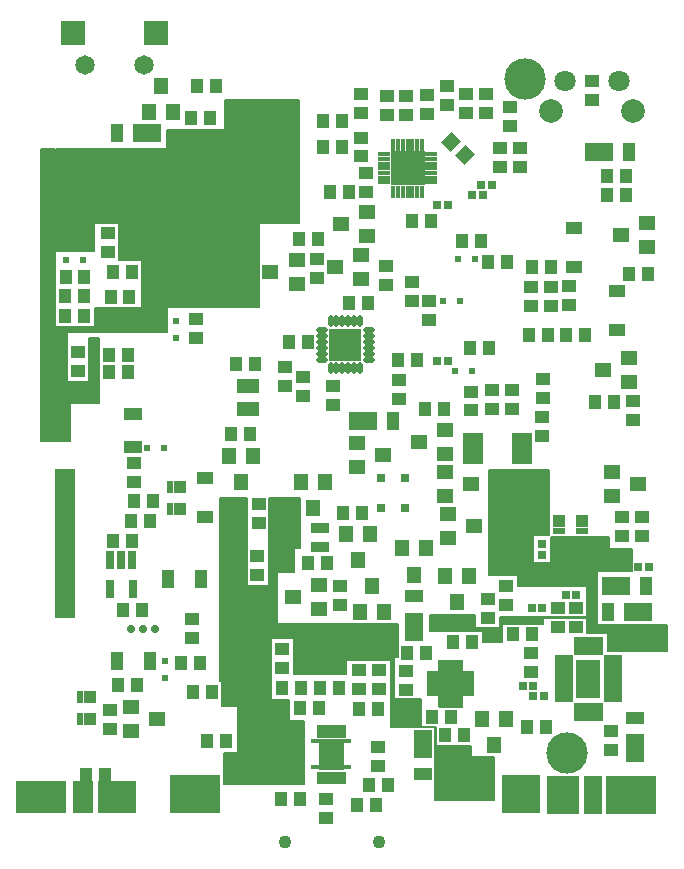
<source format=gbr>
G04 EasyPC Gerber Version 21.0.3 Build 4286 *
G04 #@! TF.Part,Single*
G04 #@! TF.FileFunction,Soldermask,Bot *
G04 #@! TF.FilePolarity,Negative *
%FSLAX35Y35*%
%MOIN*%
G04 #@! TA.AperFunction,SMDPad*
%ADD16O,0.01969X0.03937*%
%ADD93R,0.01574X0.04133*%
%ADD90R,0.01575X0.03937*%
%ADD102R,0.01890X0.04134*%
%ADD72R,0.01969X0.03346*%
%ADD98R,0.01969X0.05906*%
%ADD28R,0.02126X0.03937*%
%ADD21R,0.02165X0.02362*%
%ADD101R,0.02569X0.02756*%
%ADD75R,0.02987X0.05987*%
%ADD13R,0.04331X0.04724*%
%ADD71R,0.04331X0.06299*%
%ADD29R,0.04370X0.06299*%
%ADD25R,0.04787X0.05587*%
G04 #@! TA.AperFunction,ComponentPad*
%ADD76R,0.05906X0.12598*%
G04 #@! TA.AperFunction,SMDPad*
%ADD26R,0.06299X0.09449*%
G04 #@! TA.AperFunction,ComponentPad*
%ADD79R,0.06693X0.10630*%
%ADD24R,0.06787X0.09843*%
G04 #@! TA.AperFunction,SMDPad*
%ADD100R,0.08268X0.12598*%
%ADD94R,0.08465X0.10433*%
G04 #@! TA.AperFunction,ComponentPad*
%ADD78R,0.10630X0.12598*%
%ADD83R,0.02756X0.02756*%
G04 #@! TA.AperFunction,SMDPad*
%ADD104R,0.07480X0.07480*%
G04 #@! TA.AperFunction,ComponentPad*
%ADD86R,0.08268X0.08268*%
G04 #@! TA.AperFunction,SMDPad*
%ADD17R,0.11024X0.11024*%
%ADD92R,0.11614X0.11614*%
G04 #@! TD.AperFunction*
%ADD97C,0.00100*%
%ADD10C,0.00500*%
G04 #@! TA.AperFunction,ComponentPad*
%ADD84C,0.02756*%
%ADD95C,0.02787*%
G04 #@! TA.AperFunction,WasherPad*
%ADD11C,0.02953*%
G04 #@! TA.AperFunction,ComponentPad*
%ADD23C,0.04331*%
%ADD85C,0.06496*%
%ADD87C,0.07087*%
%ADD88C,0.07874*%
G04 #@! TA.AperFunction,WasherPad*
%ADD12C,0.13780*%
G04 #@! TA.AperFunction,SMDPad*
%ADD15O,0.03937X0.01969*%
%ADD91R,0.03937X0.01575*%
%ADD96R,0.03487X0.01787*%
%ADD103R,0.04134X0.01890*%
%ADD99R,0.05906X0.01969*%
%ADD73R,0.03937X0.02126*%
%ADD22R,0.02362X0.02165*%
%ADD105R,0.02756X0.02569*%
%ADD18R,0.06787X0.02587*%
%ADD14R,0.04724X0.04331*%
%ADD27R,0.06299X0.04331*%
%ADD20R,0.05591X0.04370*%
%ADD106R,0.06299X0.04370*%
%ADD74R,0.07480X0.04724*%
%ADD19R,0.05587X0.04787*%
%ADD70R,0.09449X0.06299*%
G04 #@! TA.AperFunction,ComponentPad*
%ADD80R,0.12598X0.10630*%
%ADD82R,0.16535X0.10630*%
%ADD81R,0.12598X0.12598*%
%ADD77R,0.16535X0.12598*%
G04 #@! TA.AperFunction,SMDPad*
%AMT89*0 Rectangle Pad at angle 135*21,1,0.04331,0.04724,0,0,135*%
%ADD89T89*%
X0Y0D02*
D02*
D10*
X48026Y197638D02*
Y250079D01*
X56215*
Y256378*
X75506*
Y266535*
X100152*
Y225512*
X86923*
Y197638*
X48026*
G36*
Y250079*
X56215*
Y256378*
X75506*
Y266535*
X100152*
Y225512*
X86923*
Y197638*
X48026*
G37*
X56451Y189213D02*
X22986D01*
Y172677*
X30467*
Y187323*
X33537*
Y165433*
X23931*
Y153031*
X14167*
Y250079*
X19049*
Y190787*
X32278*
X32435Y197165*
X48026*
Y213150*
X40309*
Y225669*
X31963*
Y216063*
X19522*
X19207Y225669*
Y250157*
X54797*
Y226299*
X56451*
Y189213*
G36*
X22986*
Y172677*
X30467*
Y187323*
X33537*
Y165433*
X23931*
Y153031*
X14167*
Y250079*
X19049*
Y190787*
X32278*
X32435Y197165*
X48026*
Y213150*
X40309*
Y225669*
X31963*
Y216063*
X19522*
X19207Y225669*
Y250157*
X54797*
Y226299*
X56451*
Y189213*
G37*
X143852Y94764D02*
Y89449D01*
X161569*
Y85748*
X167947*
Y91890*
X181805*
Y93937*
X196215*
Y88819*
X203301*
Y82913*
X222907*
Y91496*
X199600*
Y109528*
X211254*
Y117008*
X203774*
Y120709*
X184325*
Y112362*
X178183*
Y121417*
X183616*
Y143307*
X163498*
Y108346*
X173459*
Y104488*
X196215*
Y94094*
X181805*
Y94252*
X167159*
Y90472*
X158970*
Y94764*
X143852*
G36*
Y89449*
X161569*
Y85748*
X167947*
Y91890*
X181805*
Y93937*
X196215*
Y88819*
X203301*
Y82913*
X222907*
Y91496*
X199600*
Y109528*
X211254*
Y117008*
X203774*
Y120709*
X184325*
Y112362*
X178183*
Y121417*
X183616*
Y143307*
X163498*
Y108346*
X173459*
Y104488*
X196215*
Y94094*
X181805*
Y94252*
X167159*
Y90472*
X158970*
Y94764*
X143852*
G37*
X165270Y33150D02*
Y47638D01*
X157789*
Y51063*
X145900*
Y57559*
X141057*
Y66811*
X132120*
Y80787*
X133459*
Y91890*
X92829*
Y109213*
X98656*
Y117244*
X100703*
Y133858*
X90388*
Y104646*
X82829*
Y133780*
X73852Y133858*
Y72913*
X74640*
Y64409*
X91096*
X79915Y64252*
Y48819*
X75270*
Y38425*
X101884*
Y59685*
X97081*
Y66457*
X91096*
Y87087*
X98656*
Y75118*
X116136*
Y80000*
X131096*
Y57559*
X145742*
Y33150*
X165270*
G36*
Y47638*
X157789*
Y51063*
X145900*
Y57559*
X141057*
Y66811*
X132120*
Y80787*
X133459*
Y91890*
X92829*
Y109213*
X98656*
Y117244*
X100703*
Y133858*
X90388*
Y104646*
X82829*
Y133780*
X73852Y133858*
Y72913*
X74640*
Y64409*
X91096*
X79915Y64252*
Y48819*
X75270*
Y38425*
X101884*
Y59685*
X97081*
Y66457*
X91096*
Y87087*
X98656*
Y75118*
X116136*
Y80000*
X131096*
Y57559*
X145742*
Y33150*
X165270*
G37*
D02*
D11*
X8026Y34803D03*
X8065Y31811D03*
X20565Y95492D03*
Y125315D03*
Y135276D03*
X20585Y115413D03*
X20703Y105512D03*
X28321Y37756D03*
X30073D03*
X44089Y31850D03*
Y34823D03*
X59305Y37343D03*
X59325Y31929D03*
X59344Y34626D03*
X178911Y39783D03*
X179108Y30394D03*
Y32559D03*
Y34724D03*
Y36909D03*
X184581Y39862D03*
X184699Y30236D03*
Y32402D03*
Y34567D03*
Y36752D03*
X196667Y39882D03*
X196687Y30276D03*
Y32441D03*
Y34606D03*
Y36791D03*
X213281Y32441D03*
Y34606D03*
Y36791D03*
X213301Y39862D03*
X216372Y32441D03*
Y34606D03*
Y36772D03*
Y38957D03*
D02*
D12*
X175703Y273602D03*
X189581Y48996D03*
D02*
D13*
X22356Y194488D03*
Y201063D03*
X22514Y207638D03*
X28656Y194488D03*
Y201063D03*
X28813Y207638D03*
X29246Y41417D03*
X35545D03*
X36923Y175866D03*
Y181378D03*
X37514Y200866D03*
X38301Y209331D03*
X38341Y119528D03*
X40073Y71575D03*
X41648Y96535D03*
X43222Y175866D03*
Y181378D03*
X43813Y200866D03*
X44325Y126063D03*
X44600Y209331D03*
X44640Y119528D03*
X45427Y132756D03*
X46372Y71575D03*
X47947Y96535D03*
X50624Y126063D03*
X51726Y132756D03*
X61096Y78898D03*
X64404Y260551D03*
X64876Y69134D03*
X66293Y271102D03*
X67396Y78898D03*
X69758Y52913D03*
X70703Y260551D03*
X71175Y69134D03*
X72593Y271102D03*
X76057Y52913D03*
X77671Y155197D03*
X79285Y178661D03*
X83970Y155197D03*
X85585Y178661D03*
X94404Y33543D03*
X94797Y70551D03*
X96963Y185906D03*
X100388Y220157D03*
X100703Y33543D03*
Y63858D03*
X101096Y70551D03*
X103262Y185906D03*
X103301Y112087D03*
X106687Y220157D03*
X107002Y63858D03*
X107396Y70551D03*
X108341Y259606D03*
X108419Y250945D03*
X109600Y112087D03*
X110703Y235906D03*
X113695Y70551D03*
X114640Y259606D03*
X114719Y250945D03*
X115112Y128740D03*
X116923Y198976D03*
X117002Y235906D03*
X119600Y31378D03*
X120388Y63465D03*
X121411Y128740D03*
X123222Y198976D03*
X123734Y38071D03*
X125900Y31378D03*
X126687Y63465D03*
X130033Y38071D03*
X133459Y179783D03*
X136293Y82205D03*
X137947Y226220D03*
X139758Y179783D03*
X142356Y163465D03*
X142593Y82205D03*
X144246Y226220D03*
X144600Y60945D03*
X148656Y163465D03*
X149128Y54803D03*
X150900Y60945D03*
X151687Y85709D03*
X154640Y219449D03*
X155427Y54803D03*
X157474Y183740D03*
X157986Y85709D03*
X160939Y219449D03*
X163222Y212677D03*
X163774Y183740D03*
X169522Y212677D03*
X171569Y88425D03*
X176215Y57638D03*
X176884Y188130D03*
X177868Y88425D03*
Y210906D03*
X182514Y57638D03*
X183183Y188130D03*
X184167Y210906D03*
X189285Y188130D03*
X195585D03*
X198931Y165827D03*
X203065Y234724D03*
Y241260D03*
X205230Y165827D03*
X209364Y234724D03*
Y241260D03*
X210309Y208661D03*
X216608D03*
D02*
D14*
X26687Y176260D03*
Y182559D03*
X36608Y215827D03*
Y222126D03*
X37396Y56850D03*
Y63150D03*
X45427Y139213D03*
Y145512D03*
X64482Y87283D03*
Y93583D03*
X65900Y187244D03*
Y193543D03*
X86451Y108110D03*
Y114409D03*
X86844Y125512D03*
Y131811D03*
X94797Y77244D03*
Y83543D03*
X95663Y171142D03*
Y177441D03*
X101569Y167992D03*
Y174291D03*
X106215Y207165D03*
Y213465D03*
X109364Y27244D03*
Y33543D03*
X111530Y164843D03*
Y171142D03*
X114010Y98110D03*
Y104409D03*
X120388Y70157D03*
Y76457D03*
X120939Y262205D03*
Y268504D03*
X121018Y247717D03*
Y254016D03*
X122750Y235827D03*
Y242126D03*
X126687Y44567D03*
Y50866D03*
X127081Y70157D03*
Y76457D03*
X129364Y204803D03*
Y211102D03*
X129600Y261654D03*
Y267953D03*
X133577Y167008D03*
Y173307D03*
X135821Y70000D03*
Y76299D03*
X136136Y261654D03*
Y267953D03*
X137907Y199488D03*
Y205787D03*
X143065Y261811D03*
Y268110D03*
X143754Y193307D03*
Y199606D03*
X149600Y264961D03*
Y271260D03*
X156136Y262362D03*
Y268661D03*
X157789Y163071D03*
Y169370D03*
X162671Y262283D03*
Y268583D03*
X163380Y93976D03*
Y100276D03*
X164797Y163622D03*
Y169921D03*
X167435Y244370D03*
Y250669D03*
X169364Y98346D03*
Y104646D03*
X170703Y257795D03*
Y264094D03*
X171372Y163622D03*
Y169921D03*
X173931Y244370D03*
Y250669D03*
X177671Y197913D03*
Y204213D03*
X177711Y75827D03*
Y82126D03*
X181215Y154409D03*
Y160709D03*
X181608Y167205D03*
Y173504D03*
X184266Y197913D03*
Y204213D03*
X186766Y90787D03*
Y97087D03*
X190467Y198228D03*
Y204528D03*
X192750Y90787D03*
Y97087D03*
X197868Y266693D03*
Y272992D03*
X204167Y49843D03*
Y56142D03*
X208026Y121181D03*
Y127480D03*
X211628Y159921D03*
Y166220D03*
X214640Y121102D03*
Y127402D03*
D02*
D15*
X107868Y180020D03*
Y181988D03*
Y183957D03*
Y185925D03*
Y187894D03*
Y189862D03*
X123616Y180020D03*
Y181988D03*
Y183957D03*
Y185925D03*
Y187894D03*
Y189862D03*
D02*
D16*
X110821Y177067D03*
Y192815D03*
X112789Y177067D03*
Y192815D03*
X114758Y177067D03*
Y192815D03*
X116726Y177067D03*
Y192815D03*
X118695Y177067D03*
Y192815D03*
X120663Y177067D03*
Y192815D03*
D02*
D17*
X115742Y184941D03*
D02*
D18*
X158430Y146634D03*
Y149193D03*
Y151752D03*
Y154311D03*
X174522Y146634D03*
Y149193D03*
Y151752D03*
Y154311D03*
D02*
D19*
X44198Y56236D03*
Y64236D03*
X52898Y60236D03*
X90791Y209291D03*
X98173Y100866D03*
X99491Y205291D03*
Y213291D03*
X106873Y96866D03*
Y104866D03*
X112366Y210709D03*
X114334Y225354D03*
X119631Y144346D03*
Y152346D03*
X121066Y206709D03*
Y214709D03*
X123034Y221354D03*
Y229354D03*
X128331Y148346D03*
X140397Y152638D03*
X149080Y134583D03*
Y142583D03*
X149097Y148638D03*
Y156638D03*
X150044Y120409D03*
Y128409D03*
X157780Y138583D03*
X158744Y124409D03*
X201618Y176654D03*
X204749Y134661D03*
Y142661D03*
X207484Y221417D03*
X210318Y172654D03*
Y180654D03*
X213449Y138661D03*
X216184Y217417D03*
Y225417D03*
D02*
D70*
X49620Y255492D03*
X121628Y159665D03*
X200211Y249272D03*
X205959Y104469D03*
X213242Y96004D03*
D02*
D71*
X39581Y255492D03*
X131667Y159665D03*
X203203Y96004D03*
X210250Y249272D03*
X215998Y104469D03*
D02*
D20*
X69049Y127559D03*
Y140551D03*
X191963Y210866D03*
Y223858D03*
X206293Y189921D03*
Y202913D03*
D02*
D21*
X22553Y213150D03*
X28262D03*
X49679Y150630D03*
X55388D03*
X148262Y199606D03*
X152278Y176063D03*
X153222Y213465D03*
X153970Y199606D03*
X157986Y176063D03*
X158931Y213465D03*
D02*
D22*
X55663Y73898D03*
Y79606D03*
X59207Y187244D03*
Y192953D03*
D02*
D23*
X95762Y19272D03*
X126864D03*
D02*
D24*
X22455Y98917D03*
Y108839D03*
Y118799D03*
Y128740D03*
Y138681D03*
D02*
D25*
X50246Y262629D03*
X54246Y271329D03*
X58246Y262629D03*
X76821Y147883D03*
X80821Y139183D03*
X84821Y147883D03*
X101033Y139221D03*
X105033Y130521D03*
X109033Y139221D03*
X116112Y121898D03*
X120112Y113198D03*
X120482Y95779D03*
X124112Y121898D03*
X124482Y104479D03*
X128482Y95779D03*
X134498Y117056D03*
X138498Y108356D03*
X142498Y117056D03*
X149144Y108020D03*
X153144Y99320D03*
X157144Y108020D03*
X161270Y60087D03*
X165270Y51387D03*
X169270Y60087D03*
D02*
D26*
X138518Y91004D03*
X141549Y51949D03*
X212297Y50453D03*
D02*
D27*
X138518Y101043D03*
X141549Y41909D03*
X212297Y60492D03*
D02*
D28*
X27364Y60220D03*
Y67701D03*
X29490Y60220D03*
Y67701D03*
X31616Y60220D03*
Y67701D03*
X57443Y130063D03*
Y137543D03*
X59569Y130063D03*
Y137543D03*
X61695Y130063D03*
Y137543D03*
D02*
D29*
X39679Y79528D03*
X50703D03*
X56530Y106929D03*
X67553D03*
D02*
D72*
X105289Y117618D03*
Y123720D03*
X107258Y117618D03*
Y123720D03*
X109226Y117618D03*
Y123720D03*
D02*
D73*
X187018Y123039D03*
Y125165D03*
Y127291D03*
X194498Y123039D03*
Y125165D03*
Y127291D03*
D02*
D74*
X83222Y163661D03*
Y171142D03*
D02*
D75*
X37346Y103646D03*
X37396Y113046D03*
X41096D03*
X44796D03*
X44846Y103646D03*
D02*
D76*
X198183Y35039D03*
D02*
D77*
X65722Y35197D03*
X210841Y35039D03*
D02*
D78*
X188439D03*
D02*
D79*
X28183Y34154D03*
D02*
D80*
X39482Y34134D03*
D02*
D81*
X174266Y35118D03*
D02*
D82*
X14344Y34134D03*
D02*
D83*
X127533Y130591D03*
X127553Y140571D03*
X135703Y130492D03*
X135722Y140531D03*
D02*
D84*
X44285Y90335D03*
X48341D03*
X52396D03*
D02*
D85*
X28892Y278268D03*
X48577D03*
D02*
D86*
X24955Y288898D03*
X52514D03*
D02*
D87*
X189108Y273012D03*
X206825D03*
D02*
D88*
X184187Y262776D03*
X211746D03*
D02*
D89*
X151074Y252621D03*
X155528Y248167D03*
D02*
D90*
X131805Y235906D03*
Y251654D03*
X133380Y235906D03*
Y251654D03*
X134955Y235906D03*
Y251654D03*
X136530Y235906D03*
Y251654D03*
X138104Y235906D03*
Y251654D03*
X139679Y235906D03*
Y251654D03*
X141254Y235906D03*
Y251654D03*
D02*
D91*
X128656Y239055D03*
Y240630D03*
Y242205D03*
Y243780D03*
Y245354D03*
Y246929D03*
Y248504D03*
X144404Y239055D03*
Y240630D03*
Y242205D03*
Y243780D03*
Y245354D03*
Y246929D03*
Y248504D03*
D02*
D92*
X136530Y243780D03*
D02*
D93*
X107022Y40705D03*
Y56303D03*
X108596Y40705D03*
Y56303D03*
X110171Y40705D03*
Y56303D03*
X111746Y40705D03*
Y56303D03*
X113321Y40705D03*
Y56303D03*
X114896Y40705D03*
Y56303D03*
D02*
D94*
X110939Y48524D03*
D02*
D95*
X109409Y45404D03*
Y48504D03*
Y51604D03*
X112459Y45404D03*
Y48504D03*
Y51604D03*
D02*
D96*
X105821Y44331D03*
Y52795D03*
X116057Y44331D03*
Y52795D03*
D02*
D97*
X107120Y48504D02*
X107691Y38756*
X106353D01*
Y42654*
X107691*
Y38756*
G36*
X106353*
Y42654*
X107691*
Y38756*
G37*
Y54354D02*
X106353D01*
Y58252*
X107691*
Y54354*
G36*
X106353*
Y58252*
X107691*
Y54354*
G37*
X108621Y43431D02*
Y53577D01*
X106870*
Y43431*
X108621*
G36*
Y53577*
X106870*
Y43431*
X108621*
G37*
X109266Y38756D02*
X107928D01*
Y42654*
X109266*
Y38756*
G36*
X107928*
Y42654*
X109266*
Y38756*
G37*
Y54354D02*
X107927D01*
Y58252*
X109266*
Y54354*
G36*
X107927*
Y58252*
X109266*
Y54354*
G37*
X110840Y38756D02*
X109502D01*
Y42654*
X110840*
Y38756*
G36*
X109502*
Y42654*
X110840*
Y38756*
G37*
Y54354D02*
X109502D01*
Y58252*
X110840*
Y54354*
G36*
X109502*
Y58252*
X110840*
Y54354*
G37*
X111721Y43431D02*
Y53577D01*
X110196*
Y43431*
X111721*
G36*
Y53577*
X110196*
Y43431*
X111721*
G37*
X112415Y38756D02*
X111077D01*
Y42654*
X112415*
Y38756*
G36*
X111077*
Y42654*
X112415*
Y38756*
G37*
Y54354D02*
X111077D01*
Y58252*
X112415*
Y54354*
G36*
X111077*
Y58252*
X112415*
Y54354*
G37*
X113990D02*
X112652D01*
Y58252*
X113990*
Y54354*
G36*
X112652*
Y58252*
X113990*
Y54354*
G37*
X113990Y38756D02*
X112652D01*
Y42654*
X113990*
Y38756*
G36*
X112652*
Y42654*
X113990*
Y38756*
G37*
X114797Y48504D02*
X115047Y43431*
Y44617D01*
X106870*
Y43431*
X115047*
G36*
Y44617*
X106870*
Y43431*
X115047*
G37*
Y53577*
X113296*
Y43431*
X115047*
G36*
Y53577*
X113296*
Y43431*
X115047*
G37*
Y47717D02*
Y46191D01*
X106870*
Y47717*
X115047*
G36*
Y46191*
X106870*
Y47717*
X115047*
G37*
Y50817D02*
Y49291D01*
X106870*
Y50817*
X115047*
G36*
Y49291*
X106870*
Y50817*
X115047*
G37*
Y52391D02*
Y53577D01*
X106870*
Y52391*
X115047*
G36*
Y53577*
X106870*
Y52391*
X115047*
G37*
X115565Y38756D02*
X114227D01*
Y42654*
X115565*
Y38756*
G36*
X114227*
Y42654*
X115565*
Y38756*
G37*
Y54354D02*
X114227D01*
Y58252*
X115565*
Y54354*
G36*
X114227*
Y58252*
X115565*
Y54354*
G37*
X142948Y69998D02*
X146843D01*
Y68347*
X142948*
Y69998*
G36*
X146843*
Y68347*
X142948*
Y69998*
G37*
Y71967D02*
X146843D01*
Y70316*
X142948*
Y71967*
G36*
X146843*
Y70316*
X142948*
Y71967*
G37*
Y73936D02*
X146843D01*
Y72285*
X142948*
Y73936*
G36*
X146843*
Y72285*
X142948*
Y73936*
G37*
Y75905D02*
X146843D01*
Y74254*
X142948*
Y75905*
G36*
X146843*
Y74254*
X142948*
Y75905*
G37*
X146925Y68266D02*
X148575D01*
Y64372*
X146925*
Y68266*
G36*
X148575*
Y64372*
X146925*
Y68266*
G37*
Y79880D02*
X148575D01*
Y75986*
X146925*
Y79880*
G36*
X148575*
Y75986*
X146925*
Y79880*
G37*
X147106Y69789D02*
Y68530D01*
X154299*
Y69789*
X147106*
G36*
Y68530*
X154299*
Y69789*
X147106*
G37*
Y71363D02*
Y72889D01*
X154299*
Y71363*
X147106*
G36*
Y72889*
X154299*
Y71363*
X147106*
G37*
Y75722D02*
Y74463D01*
X154299*
Y75722*
X147106*
G36*
Y74463*
X154299*
Y75722*
X147106*
G37*
Y68530*
X148365*
Y75722*
X147106*
G36*
Y68530*
X148365*
Y75722*
X147106*
G37*
X148893Y68266D02*
X150544D01*
Y64372*
X148893*
Y68266*
G36*
X150544*
Y64372*
X148893*
Y68266*
G37*
Y79880D02*
X150544D01*
Y75986*
X148893*
Y79880*
G36*
X150544*
Y75986*
X148893*
Y79880*
G37*
X149940Y75722D02*
Y68530D01*
X151465*
Y75722*
X149940*
G36*
Y68530*
X151465*
Y75722*
X149940*
G37*
X150862Y68266D02*
X152512D01*
Y64372*
X150862*
Y68266*
G36*
X152512*
Y64372*
X150862*
Y68266*
G37*
Y79880D02*
X152512D01*
Y75986*
X150862*
Y79880*
G36*
X152512*
Y75986*
X150862*
Y79880*
G37*
X152830Y68266D02*
X154481D01*
Y64372*
X152830*
Y68266*
G36*
X154481*
Y64372*
X152830*
Y68266*
G37*
Y79880D02*
X154481D01*
Y75986*
X152830*
Y79880*
G36*
X154481*
Y75986*
X152830*
Y79880*
G37*
X153040Y75722D02*
Y68530D01*
X154299*
Y75722*
X153040*
G36*
Y68530*
X154299*
Y75722*
X153040*
G37*
X154563Y69998D02*
X158457D01*
Y68347*
X154563*
Y69998*
G36*
X158457*
Y68347*
X154563*
Y69998*
G37*
Y71967D02*
X158457D01*
Y70316*
X154563*
Y71967*
G36*
X158457*
Y70316*
X154563*
Y71967*
G37*
Y73936D02*
X158457D01*
Y72285*
X154563*
Y73936*
G36*
X158457*
Y72285*
X154563*
Y73936*
G37*
Y75905D02*
X158457D01*
Y74254*
X154563*
Y75905*
G36*
X158457*
Y74254*
X154563*
Y75905*
G37*
D02*
D98*
X192829Y62461D03*
Y84705D03*
X194797Y62461D03*
Y84705D03*
X196766Y62461D03*
Y84705D03*
X198734Y62461D03*
Y84705D03*
X200703Y62461D03*
Y84705D03*
D02*
D99*
X188675Y66811D03*
Y68780D03*
Y70748D03*
Y72717D03*
Y74685D03*
Y76654D03*
Y78622D03*
Y80591D03*
X205014Y66811D03*
Y68780D03*
Y70748D03*
Y72717D03*
Y74685D03*
Y76654D03*
Y78622D03*
Y80591D03*
D02*
D100*
X196766Y73701D03*
D02*
D101*
X146322Y179571D03*
X146333Y231374D03*
X149875Y179571D03*
X149886Y231374D03*
X158144Y234759D03*
X160979Y238145D03*
X161697Y234759D03*
X164532Y238145D03*
X174837Y71137D03*
X177897Y97052D03*
X178370Y67918D03*
X178390Y71137D03*
X181450Y97052D03*
X181922Y67918D03*
X189168Y101610D03*
X192721D03*
X213409Y110910D03*
X216962D03*
D02*
D102*
X147750Y66319D03*
Y77933D03*
X149719Y66319D03*
Y77933D03*
X151687Y66319D03*
Y77933D03*
X153656Y66319D03*
Y77933D03*
D02*
D103*
X144896Y69172D03*
Y71141D03*
Y73111D03*
Y75080D03*
X156510Y69172D03*
Y71141D03*
Y73111D03*
Y75080D03*
D02*
D104*
X150703Y72126D03*
D02*
D105*
X181210Y114832D03*
Y118385D03*
D02*
D106*
X44955Y150866D03*
Y161890D03*
X0Y0D02*
M02*

</source>
